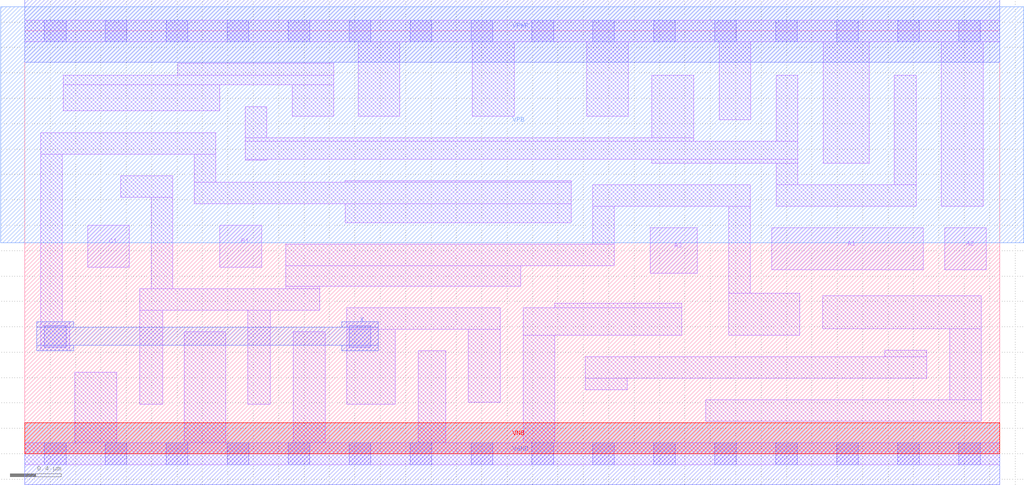
<source format=lef>
# Copyright 2020 The SkyWater PDK Authors
#
# Licensed under the Apache License, Version 2.0 (the "License");
# you may not use this file except in compliance with the License.
# You may obtain a copy of the License at
#
#     https://www.apache.org/licenses/LICENSE-2.0
#
# Unless required by applicable law or agreed to in writing, software
# distributed under the License is distributed on an "AS IS" BASIS,
# WITHOUT WARRANTIES OR CONDITIONS OF ANY KIND, either express or implied.
# See the License for the specific language governing permissions and
# limitations under the License.
#
# SPDX-License-Identifier: Apache-2.0

VERSION 5.7 ;
  NOWIREEXTENSIONATPIN ON ;
  DIVIDERCHAR "/" ;
  BUSBITCHARS "[]" ;
MACRO sky130_fd_sc_ls__a311o_4
  CLASS CORE ;
  FOREIGN sky130_fd_sc_ls__a311o_4 ;
  ORIGIN  0.000000  0.000000 ;
  SIZE  7.680000 BY  3.330000 ;
  SYMMETRY X Y ;
  SITE unit ;
  PIN A1
    ANTENNAGATEAREA  0.492000 ;
    DIRECTION INPUT ;
    USE SIGNAL ;
    PORT
      LAYER li1 ;
        RECT 5.885000 1.450000 7.075000 1.780000 ;
    END
  END A1
  PIN A2
    ANTENNAGATEAREA  0.492000 ;
    DIRECTION INPUT ;
    USE SIGNAL ;
    PORT
      LAYER li1 ;
        RECT 7.245000 1.450000 7.575000 1.780000 ;
    END
  END A2
  PIN A3
    ANTENNAGATEAREA  0.492000 ;
    DIRECTION INPUT ;
    USE SIGNAL ;
    PORT
      LAYER li1 ;
        RECT 4.925000 1.420000 5.295000 1.780000 ;
    END
  END A3
  PIN B1
    ANTENNAGATEAREA  0.492000 ;
    DIRECTION INPUT ;
    USE SIGNAL ;
    PORT
      LAYER li1 ;
        RECT 1.535000 1.470000 1.865000 1.800000 ;
    END
  END B1
  PIN C1
    ANTENNAGATEAREA  0.492000 ;
    DIRECTION INPUT ;
    USE SIGNAL ;
    PORT
      LAYER li1 ;
        RECT 0.495000 1.470000 0.825000 1.800000 ;
    END
  END C1
  PIN X
    ANTENNADIFFAREA  1.086400 ;
    DIRECTION OUTPUT ;
    USE SIGNAL ;
    PORT
      LAYER met1 ;
        RECT 0.095000 0.810000 0.385000 0.855000 ;
        RECT 0.095000 0.855000 2.785000 0.995000 ;
        RECT 0.095000 0.995000 0.385000 1.040000 ;
        RECT 2.495000 0.810000 2.785000 0.855000 ;
        RECT 2.495000 0.995000 2.785000 1.040000 ;
    END
  END X
  PIN VGND
    DIRECTION INOUT ;
    SHAPE ABUTMENT ;
    USE GROUND ;
    PORT
      LAYER met1 ;
        RECT 0.000000 -0.245000 7.680000 0.245000 ;
    END
  END VGND
  PIN VNB
    DIRECTION INOUT ;
    USE GROUND ;
    PORT
      LAYER pwell ;
        RECT 0.000000 0.000000 7.680000 0.245000 ;
    END
  END VNB
  PIN VPB
    DIRECTION INOUT ;
    USE POWER ;
    PORT
      LAYER nwell ;
        RECT -0.190000 1.660000 7.870000 3.520000 ;
    END
  END VPB
  PIN VPWR
    DIRECTION INOUT ;
    SHAPE ABUTMENT ;
    USE POWER ;
    PORT
      LAYER met1 ;
        RECT 0.000000 3.085000 7.680000 3.575000 ;
    END
  END VPWR
  OBS
    LAYER li1 ;
      RECT 0.000000 -0.085000 7.680000 0.085000 ;
      RECT 0.000000  3.245000 7.680000 3.415000 ;
      RECT 0.125000  0.810000 0.355000 1.040000 ;
      RECT 0.125000  1.040000 0.295000 2.360000 ;
      RECT 0.125000  2.360000 1.505000 2.530000 ;
      RECT 0.305000  2.700000 1.535000 2.905000 ;
      RECT 0.305000  2.905000 2.435000 2.980000 ;
      RECT 0.395000  0.085000 0.725000 0.640000 ;
      RECT 0.755000  2.020000 1.165000 2.190000 ;
      RECT 0.905000  0.390000 1.085000 1.130000 ;
      RECT 0.905000  1.130000 2.325000 1.300000 ;
      RECT 0.995000  1.300000 1.165000 2.020000 ;
      RECT 1.205000  2.980000 2.435000 3.075000 ;
      RECT 1.255000  0.085000 1.585000 0.960000 ;
      RECT 1.335000  1.970000 4.305000 2.140000 ;
      RECT 1.335000  2.140000 1.505000 2.360000 ;
      RECT 1.735000  2.310000 1.905000 2.320000 ;
      RECT 1.735000  2.320000 6.090000 2.460000 ;
      RECT 1.735000  2.460000 5.270000 2.490000 ;
      RECT 1.735000  2.490000 1.905000 2.735000 ;
      RECT 1.755000  0.390000 1.935000 1.130000 ;
      RECT 2.055000  1.300000 2.325000 1.320000 ;
      RECT 2.055000  1.320000 3.905000 1.480000 ;
      RECT 2.055000  1.480000 4.645000 1.650000 ;
      RECT 2.105000  2.660000 2.435000 2.905000 ;
      RECT 2.115000  0.085000 2.365000 0.960000 ;
      RECT 2.525000  1.820000 4.305000 1.970000 ;
      RECT 2.525000  2.140000 4.305000 2.150000 ;
      RECT 2.535000  0.390000 2.920000 0.980000 ;
      RECT 2.535000  0.980000 3.745000 1.150000 ;
      RECT 2.625000  2.660000 2.955000 3.245000 ;
      RECT 3.100000  0.085000 3.315000 0.810000 ;
      RECT 3.495000  0.405000 3.745000 0.980000 ;
      RECT 3.525000  2.660000 3.855000 3.245000 ;
      RECT 3.925000  0.085000 4.175000 0.935000 ;
      RECT 3.925000  0.935000 5.175000 1.150000 ;
      RECT 4.175000  1.150000 5.175000 1.185000 ;
      RECT 4.415000  0.505000 4.745000 0.595000 ;
      RECT 4.415000  0.595000 7.105000 0.765000 ;
      RECT 4.425000  2.660000 4.755000 3.245000 ;
      RECT 4.475000  1.650000 4.645000 1.950000 ;
      RECT 4.475000  1.950000 5.715000 2.120000 ;
      RECT 4.940000  2.290000 6.090000 2.320000 ;
      RECT 4.940000  2.490000 5.270000 2.980000 ;
      RECT 5.365000  0.255000 7.535000 0.425000 ;
      RECT 5.470000  2.630000 5.720000 3.245000 ;
      RECT 5.545000  0.935000 6.105000 1.265000 ;
      RECT 5.545000  1.265000 5.715000 1.950000 ;
      RECT 5.920000  1.950000 7.020000 2.120000 ;
      RECT 5.920000  2.120000 6.090000 2.290000 ;
      RECT 5.920000  2.460000 6.090000 2.980000 ;
      RECT 6.285000  0.985000 7.535000 1.245000 ;
      RECT 6.290000  2.290000 6.650000 3.245000 ;
      RECT 6.775000  0.765000 7.105000 0.815000 ;
      RECT 6.850000  2.120000 7.020000 2.980000 ;
      RECT 7.220000  1.950000 7.550000 3.245000 ;
      RECT 7.285000  0.425000 7.535000 0.985000 ;
    LAYER mcon ;
      RECT 0.155000 -0.085000 0.325000 0.085000 ;
      RECT 0.155000  0.840000 0.325000 1.010000 ;
      RECT 0.155000  3.245000 0.325000 3.415000 ;
      RECT 0.635000 -0.085000 0.805000 0.085000 ;
      RECT 0.635000  3.245000 0.805000 3.415000 ;
      RECT 1.115000 -0.085000 1.285000 0.085000 ;
      RECT 1.115000  3.245000 1.285000 3.415000 ;
      RECT 1.595000 -0.085000 1.765000 0.085000 ;
      RECT 1.595000  3.245000 1.765000 3.415000 ;
      RECT 2.075000 -0.085000 2.245000 0.085000 ;
      RECT 2.075000  3.245000 2.245000 3.415000 ;
      RECT 2.555000 -0.085000 2.725000 0.085000 ;
      RECT 2.555000  0.840000 2.725000 1.010000 ;
      RECT 2.555000  3.245000 2.725000 3.415000 ;
      RECT 3.035000 -0.085000 3.205000 0.085000 ;
      RECT 3.035000  3.245000 3.205000 3.415000 ;
      RECT 3.515000 -0.085000 3.685000 0.085000 ;
      RECT 3.515000  3.245000 3.685000 3.415000 ;
      RECT 3.995000 -0.085000 4.165000 0.085000 ;
      RECT 3.995000  3.245000 4.165000 3.415000 ;
      RECT 4.475000 -0.085000 4.645000 0.085000 ;
      RECT 4.475000  3.245000 4.645000 3.415000 ;
      RECT 4.955000 -0.085000 5.125000 0.085000 ;
      RECT 4.955000  3.245000 5.125000 3.415000 ;
      RECT 5.435000 -0.085000 5.605000 0.085000 ;
      RECT 5.435000  3.245000 5.605000 3.415000 ;
      RECT 5.915000 -0.085000 6.085000 0.085000 ;
      RECT 5.915000  3.245000 6.085000 3.415000 ;
      RECT 6.395000 -0.085000 6.565000 0.085000 ;
      RECT 6.395000  3.245000 6.565000 3.415000 ;
      RECT 6.875000 -0.085000 7.045000 0.085000 ;
      RECT 6.875000  3.245000 7.045000 3.415000 ;
      RECT 7.355000 -0.085000 7.525000 0.085000 ;
      RECT 7.355000  3.245000 7.525000 3.415000 ;
  END
END sky130_fd_sc_ls__a311o_4
END LIBRARY

</source>
